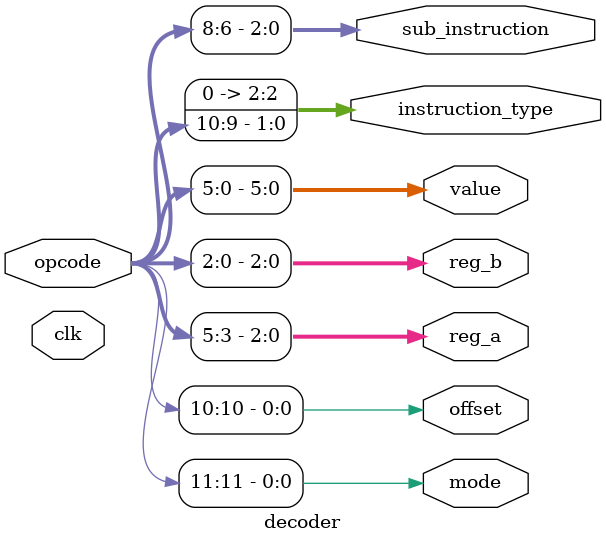
<source format=sv>
`ifndef DECODER_V
`define DECODER_V

`include "src/instructions.sv"

module decoder (
        input clk,
        input logic [11:0] opcode,
        output mode,
        output offset,
        output [2:0] reg_a,
        output [2:0] reg_b,
        output [5:0] value,
        output [2:0] instruction_type,
        output [2:0] sub_instruction
    );
    assign mode = opcode[11];
    assign offset = opcode[10];
    assign reg_a = opcode[5:3];
    assign reg_b = opcode[2:0];
    assign value = opcode[5:0]; 
    assign instruction_type = opcode[10:9];
    assign sub_instruction = opcode[8:6];

endmodule

`endif

</source>
